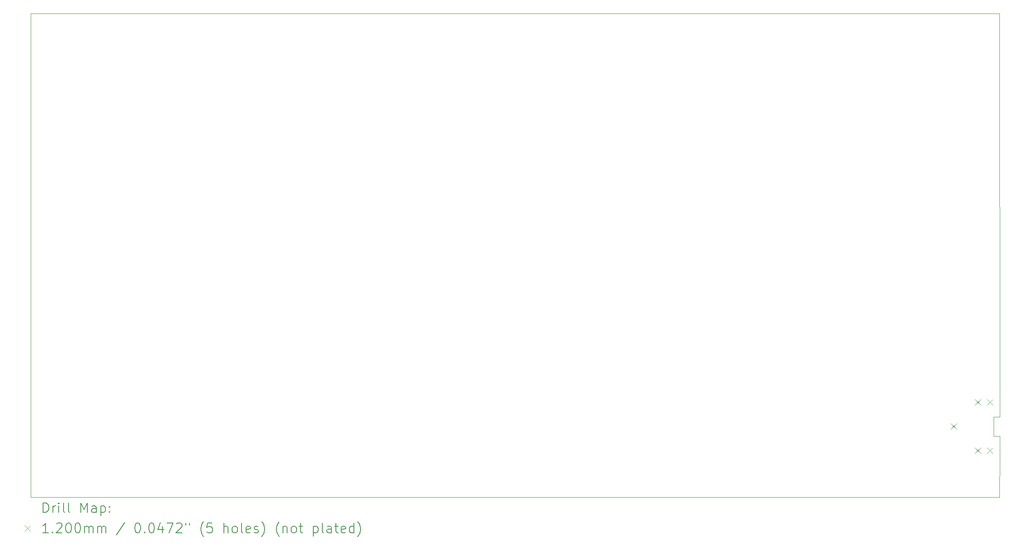
<source format=gbr>
%TF.GenerationSoftware,KiCad,Pcbnew,8.0.0*%
%TF.CreationDate,2024-08-21T17:37:23-06:00*%
%TF.ProjectId,logic_noise_playground,6c6f6769-635f-46e6-9f69-73655f706c61,rev?*%
%TF.SameCoordinates,Original*%
%TF.FileFunction,Drillmap*%
%TF.FilePolarity,Positive*%
%FSLAX45Y45*%
G04 Gerber Fmt 4.5, Leading zero omitted, Abs format (unit mm)*
G04 Created by KiCad (PCBNEW 8.0.0) date 2024-08-21 17:37:23*
%MOMM*%
%LPD*%
G01*
G04 APERTURE LIST*
%ADD10C,0.100000*%
%ADD11C,0.010000*%
%ADD12C,0.200000*%
%ADD13C,0.120000*%
G04 APERTURE END LIST*
D10*
X3500000Y-5000000D02*
X3500000Y-15000000D01*
X23500000Y-5000000D02*
X3500000Y-5000000D01*
X23504000Y-14139000D02*
X23500000Y-15000000D01*
X3500000Y-15000000D02*
X23500000Y-15000000D01*
X23504000Y-12939000D02*
X23500000Y-5000000D01*
D11*
X23384000Y-13339000D02*
X23504000Y-13339000D01*
X23384000Y-13739000D02*
X23384000Y-13339000D01*
D10*
X23504000Y-13339000D02*
X23504000Y-12939000D01*
D11*
X23504000Y-13739000D02*
X23384000Y-13739000D01*
D10*
X23504000Y-14139000D02*
X23504000Y-13739000D01*
D12*
D13*
X22494000Y-13479000D02*
X22614000Y-13599000D01*
X22614000Y-13479000D02*
X22494000Y-13599000D01*
X22994000Y-12979000D02*
X23114000Y-13099000D01*
X23114000Y-12979000D02*
X22994000Y-13099000D01*
X22994000Y-13979000D02*
X23114000Y-14099000D01*
X23114000Y-13979000D02*
X22994000Y-14099000D01*
X23244000Y-12979000D02*
X23364000Y-13099000D01*
X23364000Y-12979000D02*
X23244000Y-13099000D01*
X23244000Y-13979000D02*
X23364000Y-14099000D01*
X23364000Y-13979000D02*
X23244000Y-14099000D01*
D12*
X3755777Y-15316484D02*
X3755777Y-15116484D01*
X3755777Y-15116484D02*
X3803396Y-15116484D01*
X3803396Y-15116484D02*
X3831967Y-15126008D01*
X3831967Y-15126008D02*
X3851015Y-15145055D01*
X3851015Y-15145055D02*
X3860539Y-15164103D01*
X3860539Y-15164103D02*
X3870062Y-15202198D01*
X3870062Y-15202198D02*
X3870062Y-15230769D01*
X3870062Y-15230769D02*
X3860539Y-15268865D01*
X3860539Y-15268865D02*
X3851015Y-15287912D01*
X3851015Y-15287912D02*
X3831967Y-15306960D01*
X3831967Y-15306960D02*
X3803396Y-15316484D01*
X3803396Y-15316484D02*
X3755777Y-15316484D01*
X3955777Y-15316484D02*
X3955777Y-15183150D01*
X3955777Y-15221246D02*
X3965301Y-15202198D01*
X3965301Y-15202198D02*
X3974824Y-15192674D01*
X3974824Y-15192674D02*
X3993872Y-15183150D01*
X3993872Y-15183150D02*
X4012920Y-15183150D01*
X4079586Y-15316484D02*
X4079586Y-15183150D01*
X4079586Y-15116484D02*
X4070062Y-15126008D01*
X4070062Y-15126008D02*
X4079586Y-15135531D01*
X4079586Y-15135531D02*
X4089110Y-15126008D01*
X4089110Y-15126008D02*
X4079586Y-15116484D01*
X4079586Y-15116484D02*
X4079586Y-15135531D01*
X4203396Y-15316484D02*
X4184348Y-15306960D01*
X4184348Y-15306960D02*
X4174824Y-15287912D01*
X4174824Y-15287912D02*
X4174824Y-15116484D01*
X4308158Y-15316484D02*
X4289110Y-15306960D01*
X4289110Y-15306960D02*
X4279586Y-15287912D01*
X4279586Y-15287912D02*
X4279586Y-15116484D01*
X4536729Y-15316484D02*
X4536729Y-15116484D01*
X4536729Y-15116484D02*
X4603396Y-15259341D01*
X4603396Y-15259341D02*
X4670063Y-15116484D01*
X4670063Y-15116484D02*
X4670063Y-15316484D01*
X4851015Y-15316484D02*
X4851015Y-15211722D01*
X4851015Y-15211722D02*
X4841491Y-15192674D01*
X4841491Y-15192674D02*
X4822444Y-15183150D01*
X4822444Y-15183150D02*
X4784348Y-15183150D01*
X4784348Y-15183150D02*
X4765301Y-15192674D01*
X4851015Y-15306960D02*
X4831967Y-15316484D01*
X4831967Y-15316484D02*
X4784348Y-15316484D01*
X4784348Y-15316484D02*
X4765301Y-15306960D01*
X4765301Y-15306960D02*
X4755777Y-15287912D01*
X4755777Y-15287912D02*
X4755777Y-15268865D01*
X4755777Y-15268865D02*
X4765301Y-15249817D01*
X4765301Y-15249817D02*
X4784348Y-15240293D01*
X4784348Y-15240293D02*
X4831967Y-15240293D01*
X4831967Y-15240293D02*
X4851015Y-15230769D01*
X4946253Y-15183150D02*
X4946253Y-15383150D01*
X4946253Y-15192674D02*
X4965301Y-15183150D01*
X4965301Y-15183150D02*
X5003396Y-15183150D01*
X5003396Y-15183150D02*
X5022444Y-15192674D01*
X5022444Y-15192674D02*
X5031967Y-15202198D01*
X5031967Y-15202198D02*
X5041491Y-15221246D01*
X5041491Y-15221246D02*
X5041491Y-15278388D01*
X5041491Y-15278388D02*
X5031967Y-15297436D01*
X5031967Y-15297436D02*
X5022444Y-15306960D01*
X5022444Y-15306960D02*
X5003396Y-15316484D01*
X5003396Y-15316484D02*
X4965301Y-15316484D01*
X4965301Y-15316484D02*
X4946253Y-15306960D01*
X5127205Y-15297436D02*
X5136729Y-15306960D01*
X5136729Y-15306960D02*
X5127205Y-15316484D01*
X5127205Y-15316484D02*
X5117682Y-15306960D01*
X5117682Y-15306960D02*
X5127205Y-15297436D01*
X5127205Y-15297436D02*
X5127205Y-15316484D01*
X5127205Y-15192674D02*
X5136729Y-15202198D01*
X5136729Y-15202198D02*
X5127205Y-15211722D01*
X5127205Y-15211722D02*
X5117682Y-15202198D01*
X5117682Y-15202198D02*
X5127205Y-15192674D01*
X5127205Y-15192674D02*
X5127205Y-15211722D01*
D13*
X3375000Y-15585000D02*
X3495000Y-15705000D01*
X3495000Y-15585000D02*
X3375000Y-15705000D01*
D12*
X3860539Y-15736484D02*
X3746253Y-15736484D01*
X3803396Y-15736484D02*
X3803396Y-15536484D01*
X3803396Y-15536484D02*
X3784348Y-15565055D01*
X3784348Y-15565055D02*
X3765301Y-15584103D01*
X3765301Y-15584103D02*
X3746253Y-15593627D01*
X3946253Y-15717436D02*
X3955777Y-15726960D01*
X3955777Y-15726960D02*
X3946253Y-15736484D01*
X3946253Y-15736484D02*
X3936729Y-15726960D01*
X3936729Y-15726960D02*
X3946253Y-15717436D01*
X3946253Y-15717436D02*
X3946253Y-15736484D01*
X4031967Y-15555531D02*
X4041491Y-15546008D01*
X4041491Y-15546008D02*
X4060539Y-15536484D01*
X4060539Y-15536484D02*
X4108158Y-15536484D01*
X4108158Y-15536484D02*
X4127205Y-15546008D01*
X4127205Y-15546008D02*
X4136729Y-15555531D01*
X4136729Y-15555531D02*
X4146253Y-15574579D01*
X4146253Y-15574579D02*
X4146253Y-15593627D01*
X4146253Y-15593627D02*
X4136729Y-15622198D01*
X4136729Y-15622198D02*
X4022443Y-15736484D01*
X4022443Y-15736484D02*
X4146253Y-15736484D01*
X4270063Y-15536484D02*
X4289110Y-15536484D01*
X4289110Y-15536484D02*
X4308158Y-15546008D01*
X4308158Y-15546008D02*
X4317682Y-15555531D01*
X4317682Y-15555531D02*
X4327205Y-15574579D01*
X4327205Y-15574579D02*
X4336729Y-15612674D01*
X4336729Y-15612674D02*
X4336729Y-15660293D01*
X4336729Y-15660293D02*
X4327205Y-15698388D01*
X4327205Y-15698388D02*
X4317682Y-15717436D01*
X4317682Y-15717436D02*
X4308158Y-15726960D01*
X4308158Y-15726960D02*
X4289110Y-15736484D01*
X4289110Y-15736484D02*
X4270063Y-15736484D01*
X4270063Y-15736484D02*
X4251015Y-15726960D01*
X4251015Y-15726960D02*
X4241491Y-15717436D01*
X4241491Y-15717436D02*
X4231967Y-15698388D01*
X4231967Y-15698388D02*
X4222444Y-15660293D01*
X4222444Y-15660293D02*
X4222444Y-15612674D01*
X4222444Y-15612674D02*
X4231967Y-15574579D01*
X4231967Y-15574579D02*
X4241491Y-15555531D01*
X4241491Y-15555531D02*
X4251015Y-15546008D01*
X4251015Y-15546008D02*
X4270063Y-15536484D01*
X4460539Y-15536484D02*
X4479586Y-15536484D01*
X4479586Y-15536484D02*
X4498634Y-15546008D01*
X4498634Y-15546008D02*
X4508158Y-15555531D01*
X4508158Y-15555531D02*
X4517682Y-15574579D01*
X4517682Y-15574579D02*
X4527205Y-15612674D01*
X4527205Y-15612674D02*
X4527205Y-15660293D01*
X4527205Y-15660293D02*
X4517682Y-15698388D01*
X4517682Y-15698388D02*
X4508158Y-15717436D01*
X4508158Y-15717436D02*
X4498634Y-15726960D01*
X4498634Y-15726960D02*
X4479586Y-15736484D01*
X4479586Y-15736484D02*
X4460539Y-15736484D01*
X4460539Y-15736484D02*
X4441491Y-15726960D01*
X4441491Y-15726960D02*
X4431967Y-15717436D01*
X4431967Y-15717436D02*
X4422444Y-15698388D01*
X4422444Y-15698388D02*
X4412920Y-15660293D01*
X4412920Y-15660293D02*
X4412920Y-15612674D01*
X4412920Y-15612674D02*
X4422444Y-15574579D01*
X4422444Y-15574579D02*
X4431967Y-15555531D01*
X4431967Y-15555531D02*
X4441491Y-15546008D01*
X4441491Y-15546008D02*
X4460539Y-15536484D01*
X4612920Y-15736484D02*
X4612920Y-15603150D01*
X4612920Y-15622198D02*
X4622444Y-15612674D01*
X4622444Y-15612674D02*
X4641491Y-15603150D01*
X4641491Y-15603150D02*
X4670063Y-15603150D01*
X4670063Y-15603150D02*
X4689110Y-15612674D01*
X4689110Y-15612674D02*
X4698634Y-15631722D01*
X4698634Y-15631722D02*
X4698634Y-15736484D01*
X4698634Y-15631722D02*
X4708158Y-15612674D01*
X4708158Y-15612674D02*
X4727205Y-15603150D01*
X4727205Y-15603150D02*
X4755777Y-15603150D01*
X4755777Y-15603150D02*
X4774825Y-15612674D01*
X4774825Y-15612674D02*
X4784348Y-15631722D01*
X4784348Y-15631722D02*
X4784348Y-15736484D01*
X4879586Y-15736484D02*
X4879586Y-15603150D01*
X4879586Y-15622198D02*
X4889110Y-15612674D01*
X4889110Y-15612674D02*
X4908158Y-15603150D01*
X4908158Y-15603150D02*
X4936729Y-15603150D01*
X4936729Y-15603150D02*
X4955777Y-15612674D01*
X4955777Y-15612674D02*
X4965301Y-15631722D01*
X4965301Y-15631722D02*
X4965301Y-15736484D01*
X4965301Y-15631722D02*
X4974825Y-15612674D01*
X4974825Y-15612674D02*
X4993872Y-15603150D01*
X4993872Y-15603150D02*
X5022444Y-15603150D01*
X5022444Y-15603150D02*
X5041491Y-15612674D01*
X5041491Y-15612674D02*
X5051015Y-15631722D01*
X5051015Y-15631722D02*
X5051015Y-15736484D01*
X5441491Y-15526960D02*
X5270063Y-15784103D01*
X5698634Y-15536484D02*
X5717682Y-15536484D01*
X5717682Y-15536484D02*
X5736729Y-15546008D01*
X5736729Y-15546008D02*
X5746253Y-15555531D01*
X5746253Y-15555531D02*
X5755777Y-15574579D01*
X5755777Y-15574579D02*
X5765301Y-15612674D01*
X5765301Y-15612674D02*
X5765301Y-15660293D01*
X5765301Y-15660293D02*
X5755777Y-15698388D01*
X5755777Y-15698388D02*
X5746253Y-15717436D01*
X5746253Y-15717436D02*
X5736729Y-15726960D01*
X5736729Y-15726960D02*
X5717682Y-15736484D01*
X5717682Y-15736484D02*
X5698634Y-15736484D01*
X5698634Y-15736484D02*
X5679586Y-15726960D01*
X5679586Y-15726960D02*
X5670063Y-15717436D01*
X5670063Y-15717436D02*
X5660539Y-15698388D01*
X5660539Y-15698388D02*
X5651015Y-15660293D01*
X5651015Y-15660293D02*
X5651015Y-15612674D01*
X5651015Y-15612674D02*
X5660539Y-15574579D01*
X5660539Y-15574579D02*
X5670063Y-15555531D01*
X5670063Y-15555531D02*
X5679586Y-15546008D01*
X5679586Y-15546008D02*
X5698634Y-15536484D01*
X5851015Y-15717436D02*
X5860539Y-15726960D01*
X5860539Y-15726960D02*
X5851015Y-15736484D01*
X5851015Y-15736484D02*
X5841491Y-15726960D01*
X5841491Y-15726960D02*
X5851015Y-15717436D01*
X5851015Y-15717436D02*
X5851015Y-15736484D01*
X5984348Y-15536484D02*
X6003396Y-15536484D01*
X6003396Y-15536484D02*
X6022444Y-15546008D01*
X6022444Y-15546008D02*
X6031967Y-15555531D01*
X6031967Y-15555531D02*
X6041491Y-15574579D01*
X6041491Y-15574579D02*
X6051015Y-15612674D01*
X6051015Y-15612674D02*
X6051015Y-15660293D01*
X6051015Y-15660293D02*
X6041491Y-15698388D01*
X6041491Y-15698388D02*
X6031967Y-15717436D01*
X6031967Y-15717436D02*
X6022444Y-15726960D01*
X6022444Y-15726960D02*
X6003396Y-15736484D01*
X6003396Y-15736484D02*
X5984348Y-15736484D01*
X5984348Y-15736484D02*
X5965301Y-15726960D01*
X5965301Y-15726960D02*
X5955777Y-15717436D01*
X5955777Y-15717436D02*
X5946253Y-15698388D01*
X5946253Y-15698388D02*
X5936729Y-15660293D01*
X5936729Y-15660293D02*
X5936729Y-15612674D01*
X5936729Y-15612674D02*
X5946253Y-15574579D01*
X5946253Y-15574579D02*
X5955777Y-15555531D01*
X5955777Y-15555531D02*
X5965301Y-15546008D01*
X5965301Y-15546008D02*
X5984348Y-15536484D01*
X6222444Y-15603150D02*
X6222444Y-15736484D01*
X6174825Y-15526960D02*
X6127206Y-15669817D01*
X6127206Y-15669817D02*
X6251015Y-15669817D01*
X6308158Y-15536484D02*
X6441491Y-15536484D01*
X6441491Y-15536484D02*
X6355777Y-15736484D01*
X6508158Y-15555531D02*
X6517682Y-15546008D01*
X6517682Y-15546008D02*
X6536729Y-15536484D01*
X6536729Y-15536484D02*
X6584348Y-15536484D01*
X6584348Y-15536484D02*
X6603396Y-15546008D01*
X6603396Y-15546008D02*
X6612920Y-15555531D01*
X6612920Y-15555531D02*
X6622444Y-15574579D01*
X6622444Y-15574579D02*
X6622444Y-15593627D01*
X6622444Y-15593627D02*
X6612920Y-15622198D01*
X6612920Y-15622198D02*
X6498634Y-15736484D01*
X6498634Y-15736484D02*
X6622444Y-15736484D01*
X6698634Y-15536484D02*
X6698634Y-15574579D01*
X6774825Y-15536484D02*
X6774825Y-15574579D01*
X7070063Y-15812674D02*
X7060539Y-15803150D01*
X7060539Y-15803150D02*
X7041491Y-15774579D01*
X7041491Y-15774579D02*
X7031968Y-15755531D01*
X7031968Y-15755531D02*
X7022444Y-15726960D01*
X7022444Y-15726960D02*
X7012920Y-15679341D01*
X7012920Y-15679341D02*
X7012920Y-15641246D01*
X7012920Y-15641246D02*
X7022444Y-15593627D01*
X7022444Y-15593627D02*
X7031968Y-15565055D01*
X7031968Y-15565055D02*
X7041491Y-15546008D01*
X7041491Y-15546008D02*
X7060539Y-15517436D01*
X7060539Y-15517436D02*
X7070063Y-15507912D01*
X7241491Y-15536484D02*
X7146253Y-15536484D01*
X7146253Y-15536484D02*
X7136729Y-15631722D01*
X7136729Y-15631722D02*
X7146253Y-15622198D01*
X7146253Y-15622198D02*
X7165301Y-15612674D01*
X7165301Y-15612674D02*
X7212920Y-15612674D01*
X7212920Y-15612674D02*
X7231968Y-15622198D01*
X7231968Y-15622198D02*
X7241491Y-15631722D01*
X7241491Y-15631722D02*
X7251015Y-15650769D01*
X7251015Y-15650769D02*
X7251015Y-15698388D01*
X7251015Y-15698388D02*
X7241491Y-15717436D01*
X7241491Y-15717436D02*
X7231968Y-15726960D01*
X7231968Y-15726960D02*
X7212920Y-15736484D01*
X7212920Y-15736484D02*
X7165301Y-15736484D01*
X7165301Y-15736484D02*
X7146253Y-15726960D01*
X7146253Y-15726960D02*
X7136729Y-15717436D01*
X7489110Y-15736484D02*
X7489110Y-15536484D01*
X7574825Y-15736484D02*
X7574825Y-15631722D01*
X7574825Y-15631722D02*
X7565301Y-15612674D01*
X7565301Y-15612674D02*
X7546253Y-15603150D01*
X7546253Y-15603150D02*
X7517682Y-15603150D01*
X7517682Y-15603150D02*
X7498634Y-15612674D01*
X7498634Y-15612674D02*
X7489110Y-15622198D01*
X7698634Y-15736484D02*
X7679587Y-15726960D01*
X7679587Y-15726960D02*
X7670063Y-15717436D01*
X7670063Y-15717436D02*
X7660539Y-15698388D01*
X7660539Y-15698388D02*
X7660539Y-15641246D01*
X7660539Y-15641246D02*
X7670063Y-15622198D01*
X7670063Y-15622198D02*
X7679587Y-15612674D01*
X7679587Y-15612674D02*
X7698634Y-15603150D01*
X7698634Y-15603150D02*
X7727206Y-15603150D01*
X7727206Y-15603150D02*
X7746253Y-15612674D01*
X7746253Y-15612674D02*
X7755777Y-15622198D01*
X7755777Y-15622198D02*
X7765301Y-15641246D01*
X7765301Y-15641246D02*
X7765301Y-15698388D01*
X7765301Y-15698388D02*
X7755777Y-15717436D01*
X7755777Y-15717436D02*
X7746253Y-15726960D01*
X7746253Y-15726960D02*
X7727206Y-15736484D01*
X7727206Y-15736484D02*
X7698634Y-15736484D01*
X7879587Y-15736484D02*
X7860539Y-15726960D01*
X7860539Y-15726960D02*
X7851015Y-15707912D01*
X7851015Y-15707912D02*
X7851015Y-15536484D01*
X8031968Y-15726960D02*
X8012920Y-15736484D01*
X8012920Y-15736484D02*
X7974825Y-15736484D01*
X7974825Y-15736484D02*
X7955777Y-15726960D01*
X7955777Y-15726960D02*
X7946253Y-15707912D01*
X7946253Y-15707912D02*
X7946253Y-15631722D01*
X7946253Y-15631722D02*
X7955777Y-15612674D01*
X7955777Y-15612674D02*
X7974825Y-15603150D01*
X7974825Y-15603150D02*
X8012920Y-15603150D01*
X8012920Y-15603150D02*
X8031968Y-15612674D01*
X8031968Y-15612674D02*
X8041491Y-15631722D01*
X8041491Y-15631722D02*
X8041491Y-15650769D01*
X8041491Y-15650769D02*
X7946253Y-15669817D01*
X8117682Y-15726960D02*
X8136730Y-15736484D01*
X8136730Y-15736484D02*
X8174825Y-15736484D01*
X8174825Y-15736484D02*
X8193872Y-15726960D01*
X8193872Y-15726960D02*
X8203396Y-15707912D01*
X8203396Y-15707912D02*
X8203396Y-15698388D01*
X8203396Y-15698388D02*
X8193872Y-15679341D01*
X8193872Y-15679341D02*
X8174825Y-15669817D01*
X8174825Y-15669817D02*
X8146253Y-15669817D01*
X8146253Y-15669817D02*
X8127206Y-15660293D01*
X8127206Y-15660293D02*
X8117682Y-15641246D01*
X8117682Y-15641246D02*
X8117682Y-15631722D01*
X8117682Y-15631722D02*
X8127206Y-15612674D01*
X8127206Y-15612674D02*
X8146253Y-15603150D01*
X8146253Y-15603150D02*
X8174825Y-15603150D01*
X8174825Y-15603150D02*
X8193872Y-15612674D01*
X8270063Y-15812674D02*
X8279587Y-15803150D01*
X8279587Y-15803150D02*
X8298634Y-15774579D01*
X8298634Y-15774579D02*
X8308158Y-15755531D01*
X8308158Y-15755531D02*
X8317682Y-15726960D01*
X8317682Y-15726960D02*
X8327206Y-15679341D01*
X8327206Y-15679341D02*
X8327206Y-15641246D01*
X8327206Y-15641246D02*
X8317682Y-15593627D01*
X8317682Y-15593627D02*
X8308158Y-15565055D01*
X8308158Y-15565055D02*
X8298634Y-15546008D01*
X8298634Y-15546008D02*
X8279587Y-15517436D01*
X8279587Y-15517436D02*
X8270063Y-15507912D01*
X8631968Y-15812674D02*
X8622444Y-15803150D01*
X8622444Y-15803150D02*
X8603396Y-15774579D01*
X8603396Y-15774579D02*
X8593873Y-15755531D01*
X8593873Y-15755531D02*
X8584349Y-15726960D01*
X8584349Y-15726960D02*
X8574825Y-15679341D01*
X8574825Y-15679341D02*
X8574825Y-15641246D01*
X8574825Y-15641246D02*
X8584349Y-15593627D01*
X8584349Y-15593627D02*
X8593873Y-15565055D01*
X8593873Y-15565055D02*
X8603396Y-15546008D01*
X8603396Y-15546008D02*
X8622444Y-15517436D01*
X8622444Y-15517436D02*
X8631968Y-15507912D01*
X8708158Y-15603150D02*
X8708158Y-15736484D01*
X8708158Y-15622198D02*
X8717682Y-15612674D01*
X8717682Y-15612674D02*
X8736730Y-15603150D01*
X8736730Y-15603150D02*
X8765301Y-15603150D01*
X8765301Y-15603150D02*
X8784349Y-15612674D01*
X8784349Y-15612674D02*
X8793873Y-15631722D01*
X8793873Y-15631722D02*
X8793873Y-15736484D01*
X8917682Y-15736484D02*
X8898634Y-15726960D01*
X8898634Y-15726960D02*
X8889111Y-15717436D01*
X8889111Y-15717436D02*
X8879587Y-15698388D01*
X8879587Y-15698388D02*
X8879587Y-15641246D01*
X8879587Y-15641246D02*
X8889111Y-15622198D01*
X8889111Y-15622198D02*
X8898634Y-15612674D01*
X8898634Y-15612674D02*
X8917682Y-15603150D01*
X8917682Y-15603150D02*
X8946254Y-15603150D01*
X8946254Y-15603150D02*
X8965301Y-15612674D01*
X8965301Y-15612674D02*
X8974825Y-15622198D01*
X8974825Y-15622198D02*
X8984349Y-15641246D01*
X8984349Y-15641246D02*
X8984349Y-15698388D01*
X8984349Y-15698388D02*
X8974825Y-15717436D01*
X8974825Y-15717436D02*
X8965301Y-15726960D01*
X8965301Y-15726960D02*
X8946254Y-15736484D01*
X8946254Y-15736484D02*
X8917682Y-15736484D01*
X9041492Y-15603150D02*
X9117682Y-15603150D01*
X9070063Y-15536484D02*
X9070063Y-15707912D01*
X9070063Y-15707912D02*
X9079587Y-15726960D01*
X9079587Y-15726960D02*
X9098634Y-15736484D01*
X9098634Y-15736484D02*
X9117682Y-15736484D01*
X9336730Y-15603150D02*
X9336730Y-15803150D01*
X9336730Y-15612674D02*
X9355777Y-15603150D01*
X9355777Y-15603150D02*
X9393873Y-15603150D01*
X9393873Y-15603150D02*
X9412920Y-15612674D01*
X9412920Y-15612674D02*
X9422444Y-15622198D01*
X9422444Y-15622198D02*
X9431968Y-15641246D01*
X9431968Y-15641246D02*
X9431968Y-15698388D01*
X9431968Y-15698388D02*
X9422444Y-15717436D01*
X9422444Y-15717436D02*
X9412920Y-15726960D01*
X9412920Y-15726960D02*
X9393873Y-15736484D01*
X9393873Y-15736484D02*
X9355777Y-15736484D01*
X9355777Y-15736484D02*
X9336730Y-15726960D01*
X9546254Y-15736484D02*
X9527206Y-15726960D01*
X9527206Y-15726960D02*
X9517682Y-15707912D01*
X9517682Y-15707912D02*
X9517682Y-15536484D01*
X9708158Y-15736484D02*
X9708158Y-15631722D01*
X9708158Y-15631722D02*
X9698635Y-15612674D01*
X9698635Y-15612674D02*
X9679587Y-15603150D01*
X9679587Y-15603150D02*
X9641492Y-15603150D01*
X9641492Y-15603150D02*
X9622444Y-15612674D01*
X9708158Y-15726960D02*
X9689111Y-15736484D01*
X9689111Y-15736484D02*
X9641492Y-15736484D01*
X9641492Y-15736484D02*
X9622444Y-15726960D01*
X9622444Y-15726960D02*
X9612920Y-15707912D01*
X9612920Y-15707912D02*
X9612920Y-15688865D01*
X9612920Y-15688865D02*
X9622444Y-15669817D01*
X9622444Y-15669817D02*
X9641492Y-15660293D01*
X9641492Y-15660293D02*
X9689111Y-15660293D01*
X9689111Y-15660293D02*
X9708158Y-15650769D01*
X9774825Y-15603150D02*
X9851015Y-15603150D01*
X9803396Y-15536484D02*
X9803396Y-15707912D01*
X9803396Y-15707912D02*
X9812920Y-15726960D01*
X9812920Y-15726960D02*
X9831968Y-15736484D01*
X9831968Y-15736484D02*
X9851015Y-15736484D01*
X9993873Y-15726960D02*
X9974825Y-15736484D01*
X9974825Y-15736484D02*
X9936730Y-15736484D01*
X9936730Y-15736484D02*
X9917682Y-15726960D01*
X9917682Y-15726960D02*
X9908158Y-15707912D01*
X9908158Y-15707912D02*
X9908158Y-15631722D01*
X9908158Y-15631722D02*
X9917682Y-15612674D01*
X9917682Y-15612674D02*
X9936730Y-15603150D01*
X9936730Y-15603150D02*
X9974825Y-15603150D01*
X9974825Y-15603150D02*
X9993873Y-15612674D01*
X9993873Y-15612674D02*
X10003396Y-15631722D01*
X10003396Y-15631722D02*
X10003396Y-15650769D01*
X10003396Y-15650769D02*
X9908158Y-15669817D01*
X10174825Y-15736484D02*
X10174825Y-15536484D01*
X10174825Y-15726960D02*
X10155777Y-15736484D01*
X10155777Y-15736484D02*
X10117682Y-15736484D01*
X10117682Y-15736484D02*
X10098635Y-15726960D01*
X10098635Y-15726960D02*
X10089111Y-15717436D01*
X10089111Y-15717436D02*
X10079587Y-15698388D01*
X10079587Y-15698388D02*
X10079587Y-15641246D01*
X10079587Y-15641246D02*
X10089111Y-15622198D01*
X10089111Y-15622198D02*
X10098635Y-15612674D01*
X10098635Y-15612674D02*
X10117682Y-15603150D01*
X10117682Y-15603150D02*
X10155777Y-15603150D01*
X10155777Y-15603150D02*
X10174825Y-15612674D01*
X10251016Y-15812674D02*
X10260539Y-15803150D01*
X10260539Y-15803150D02*
X10279587Y-15774579D01*
X10279587Y-15774579D02*
X10289111Y-15755531D01*
X10289111Y-15755531D02*
X10298635Y-15726960D01*
X10298635Y-15726960D02*
X10308158Y-15679341D01*
X10308158Y-15679341D02*
X10308158Y-15641246D01*
X10308158Y-15641246D02*
X10298635Y-15593627D01*
X10298635Y-15593627D02*
X10289111Y-15565055D01*
X10289111Y-15565055D02*
X10279587Y-15546008D01*
X10279587Y-15546008D02*
X10260539Y-15517436D01*
X10260539Y-15517436D02*
X10251016Y-15507912D01*
M02*

</source>
